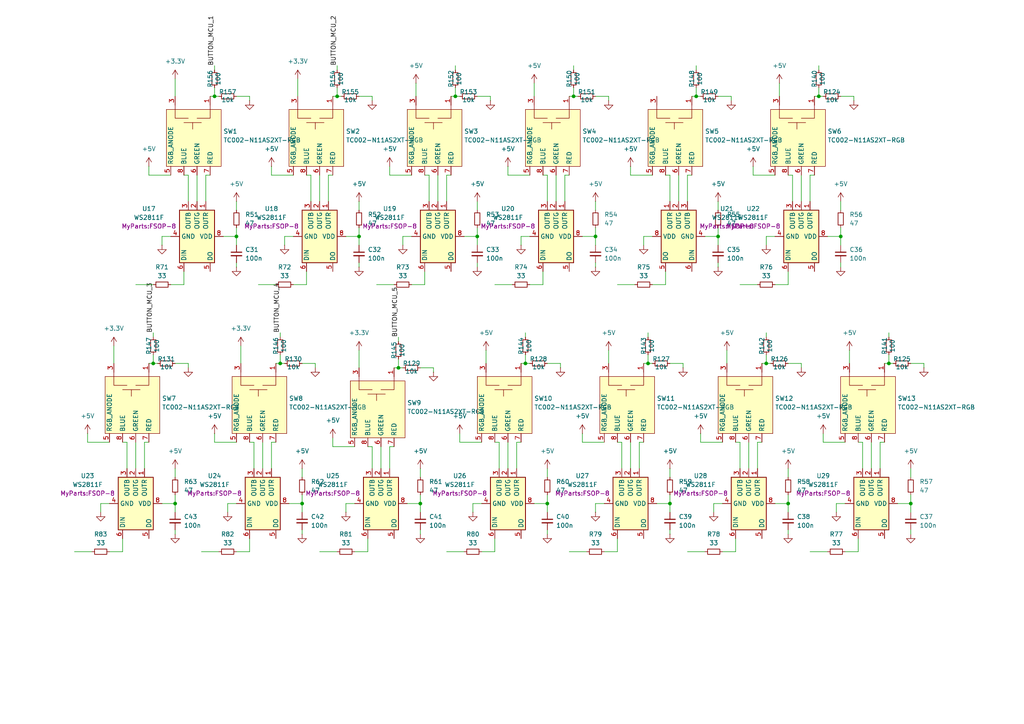
<source format=kicad_sch>
(kicad_sch (version 20231120) (generator "eeschema") (generator_version "8.0")
  (paper "A4")
  (junction (at 187.96 105.41))
  (junction (at 68.58 68.58))
  (junction (at 194.31 146.05))
  (junction (at 208.28 68.58))
  (junction (at 243.84 68.58))
  (junction (at 104.14 68.58))
  (junction (at 228.6 146.05))
  (junction (at 257.81 105.41))
  (junction (at 97.79 27.94))
  (junction (at 158.75 146.05))
  (junction (at 264.16 146.05))
  (junction (at 81.28 105.41))
  (junction (at 222.25 105.41))
  (junction (at 62.23 27.94))
  (junction (at 152.4 105.41))
  (junction (at 166.37 27.94))
  (junction (at 44.45 105.41))
  (junction (at 132.08 27.94))
  (junction (at 201.93 27.94))
  (junction (at 172.72 68.58))
  (junction (at 237.49 27.94))
  (junction (at 115.57 106.68))
  (junction (at 87.63 146.05))
  (junction (at 138.43 68.58))
  (junction (at 50.8 146.05))
  (junction (at 121.92 146.05))
  (wire (pts (xy 62.23 25.4) (xy 62.23 27.94)))
  (wire (pts (xy 68.58 58.42) (xy 68.58 60.96)))
  (wire (pts (xy 64.77 68.58) (xy 68.58 68.58)))
  (wire (pts (xy 256.54 128.27) (xy 255.27 128.27)))
  (wire (pts (xy 127 50.8) (xy 127 58.42)))
  (wire (pts (xy 124.46 50.8) (xy 124.46 58.42)))
  (wire (pts (xy 41.91 128.27) (xy 43.18 128.27)))
  (wire (pts (xy 167.64 27.94) (xy 166.37 27.94)))
  (wire (pts (xy 86.36 22.86) (xy 86.36 27.94)))
  (wire (pts (xy 162.56 105.41) (xy 162.56 106.68)))
  (wire (pts (xy 246.38 101.6) (xy 246.38 105.41)))
  (wire (pts (xy 218.44 50.8) (xy 224.79 50.8)))
  (wire (pts (xy 60.96 50.8) (xy 59.69 50.8)))
  (wire (pts (xy 87.63 105.41) (xy 91.44 105.41)))
  (wire (pts (xy 54.61 105.41) (xy 54.61 106.68)))
  (wire (pts (xy 57.15 50.8) (xy 57.15 58.42)))
  (wire (pts (xy 81.28 102.87) (xy 81.28 105.41)))
  (wire (pts (xy 172.72 58.42) (xy 172.72 60.96)))
  (wire (pts (xy 189.23 82.55) (xy 193.04 82.55)))
  (wire (pts (xy 81.28 96.52) (xy 81.28 97.79)))
  (wire (pts (xy 33.02 100.33) (xy 33.02 105.41)))
  (wire (pts (xy 25.4 128.27) (xy 31.75 128.27)))
  (wire (pts (xy 96.52 127) (xy 96.52 129.54)))
  (wire (pts (xy 153.67 105.41) (xy 152.4 105.41)))
  (wire (pts (xy 158.75 105.41) (xy 162.56 105.41)))
  (wire (pts (xy 209.55 160.02) (xy 213.36 160.02)))
  (wire (pts (xy 62.23 125.73) (xy 62.23 128.27)))
  (wire (pts (xy 115.57 97.79) (xy 115.57 99.06)))
  (wire (pts (xy 35.56 128.27) (xy 36.83 128.27)))
  (wire (pts (xy 142.24 27.94) (xy 142.24 29.21)))
  (wire (pts (xy 264.16 146.05) (xy 264.16 148.59)))
  (wire (pts (xy 179.07 160.02) (xy 179.07 156.21)))
  (wire (pts (xy 222.25 71.12) (xy 222.25 68.58)))
  (wire (pts (xy 228.6 146.05) (xy 228.6 148.59)))
  (wire (pts (xy 116.84 106.68) (xy 115.57 106.68)))
  (wire (pts (xy 95.25 50.8) (xy 95.25 58.42)))
  (wire (pts (xy 234.95 50.8) (xy 234.95 58.42)))
  (wire (pts (xy 62.23 27.94) (xy 60.96 27.94)))
  (wire (pts (xy 133.35 125.73) (xy 133.35 128.27)))
  (wire (pts (xy 104.14 66.04) (xy 104.14 68.58)))
  (wire (pts (xy 194.31 143.51) (xy 194.31 146.05)))
  (wire (pts (xy 100.33 68.58) (xy 104.14 68.58)))
  (wire (pts (xy 166.37 19.05) (xy 166.37 20.32)))
  (wire (pts (xy 149.86 128.27) (xy 149.86 135.89)))
  (wire (pts (xy 49.53 82.55) (xy 53.34 82.55)))
  (wire (pts (xy 147.32 128.27) (xy 147.32 135.89)))
  (wire (pts (xy 138.43 68.58) (xy 138.43 71.12)))
  (wire (pts (xy 218.44 48.26) (xy 218.44 50.8)))
  (wire (pts (xy 154.94 24.13) (xy 154.94 27.94)))
  (wire (pts (xy 80.01 128.27) (xy 78.74 128.27)))
  (wire (pts (xy 76.2 128.27) (xy 76.2 135.89)))
  (wire (pts (xy 237.49 27.94) (xy 236.22 27.94)))
  (wire (pts (xy 58.42 160.02) (xy 63.5 160.02)))
  (wire (pts (xy 180.34 128.27) (xy 180.34 135.89)))
  (wire (pts (xy 158.75 135.89) (xy 158.75 138.43)))
  (wire (pts (xy 190.5 146.05) (xy 194.31 146.05)))
  (wire (pts (xy 31.75 160.02) (xy 35.56 160.02)))
  (wire (pts (xy 168.91 125.73) (xy 168.91 128.27)))
  (wire (pts (xy 72.39 160.02) (xy 72.39 156.21)))
  (wire (pts (xy 237.49 19.05) (xy 237.49 20.32)))
  (wire (pts (xy 189.23 105.41) (xy 187.96 105.41)))
  (wire (pts (xy 118.11 146.05) (xy 121.92 146.05)))
  (wire (pts (xy 165.1 50.8) (xy 163.83 50.8)))
  (wire (pts (xy 96.52 129.54) (xy 102.87 129.54)))
  (wire (pts (xy 78.74 48.26) (xy 78.74 50.8)))
  (wire (pts (xy 179.07 82.55) (xy 184.15 82.55)))
  (wire (pts (xy 157.48 82.55) (xy 157.48 78.74)))
  (wire (pts (xy 132.08 25.4) (xy 132.08 27.94)))
  (wire (pts (xy 123.19 50.8) (xy 124.46 50.8)))
  (wire (pts (xy 153.67 82.55) (xy 157.48 82.55)))
  (wire (pts (xy 66.04 148.59) (xy 66.04 146.05)))
  (wire (pts (xy 87.63 135.89) (xy 87.63 138.43)))
  (wire (pts (xy 175.26 160.02) (xy 179.07 160.02)))
  (wire (pts (xy 87.63 153.67) (xy 87.63 154.94)))
  (wire (pts (xy 222.25 96.52) (xy 222.25 97.79)))
  (wire (pts (xy 113.03 129.54) (xy 113.03 135.89)))
  (wire (pts (xy 50.8 146.05) (xy 50.8 148.59)))
  (wire (pts (xy 168.91 128.27) (xy 175.26 128.27)))
  (wire (pts (xy 46.99 71.12) (xy 46.99 68.58)))
  (wire (pts (xy 63.5 27.94) (xy 62.23 27.94)))
  (wire (pts (xy 213.36 160.02) (xy 213.36 156.21)))
  (wire (pts (xy 62.23 19.05) (xy 62.23 20.32)))
  (wire (pts (xy 260.35 146.05) (xy 264.16 146.05)))
  (wire (pts (xy 207.01 148.59) (xy 207.01 146.05)))
  (wire (pts (xy 83.82 146.05) (xy 87.63 146.05)))
  (wire (pts (xy 50.8 105.41) (xy 54.61 105.41)))
  (wire (pts (xy 104.14 76.2) (xy 104.14 77.47)))
  (wire (pts (xy 53.34 82.55) (xy 53.34 78.74)))
  (wire (pts (xy 99.06 27.94) (xy 97.79 27.94)))
  (wire (pts (xy 114.3 129.54) (xy 113.03 129.54)))
  (wire (pts (xy 96.52 50.8) (xy 95.25 50.8)))
  (wire (pts (xy 257.81 102.87) (xy 257.81 105.41)))
  (wire (pts (xy 243.84 27.94) (xy 247.65 27.94)))
  (wire (pts (xy 87.63 143.51) (xy 87.63 146.05)))
  (wire (pts (xy 35.56 160.02) (xy 35.56 156.21)))
  (wire (pts (xy 46.99 146.05) (xy 50.8 146.05)))
  (wire (pts (xy 39.37 82.55) (xy 44.45 82.55)))
  (wire (pts (xy 134.62 68.58) (xy 138.43 68.58)))
  (wire (pts (xy 104.14 68.58) (xy 104.14 71.12)))
  (wire (pts (xy 152.4 105.41) (xy 151.13 105.41)))
  (wire (pts (xy 234.95 160.02) (xy 240.03 160.02)))
  (wire (pts (xy 208.28 58.42) (xy 208.28 60.96)))
  (wire (pts (xy 110.49 129.54) (xy 110.49 135.89)))
  (wire (pts (xy 113.03 48.26) (xy 113.03 50.8)))
  (wire (pts (xy 158.75 50.8) (xy 158.75 58.42)))
  (wire (pts (xy 92.71 50.8) (xy 92.71 58.42)))
  (wire (pts (xy 88.9 82.55) (xy 88.9 78.74)))
  (wire (pts (xy 97.79 19.05) (xy 97.79 20.32)))
  (wire (pts (xy 264.16 135.89) (xy 264.16 138.43)))
  (wire (pts (xy 226.06 24.13) (xy 226.06 27.94)))
  (wire (pts (xy 147.32 50.8) (xy 153.67 50.8)))
  (wire (pts (xy 44.45 102.87) (xy 44.45 105.41)))
  (wire (pts (xy 208.28 76.2) (xy 208.28 77.47)))
  (wire (pts (xy 242.57 148.59) (xy 242.57 146.05)))
  (wire (pts (xy 201.93 19.05) (xy 201.93 20.32)))
  (wire (pts (xy 250.19 128.27) (xy 250.19 135.89)))
  (wire (pts (xy 242.57 146.05) (xy 245.11 146.05)))
  (wire (pts (xy 228.6 105.41) (xy 232.41 105.41)))
  (wire (pts (xy 82.55 68.58) (xy 85.09 68.58)))
  (wire (pts (xy 107.95 129.54) (xy 107.95 135.89)))
  (wire (pts (xy 69.85 100.33) (xy 69.85 105.41)))
  (wire (pts (xy 133.35 27.94) (xy 132.08 27.94)))
  (wire (pts (xy 151.13 68.58) (xy 153.67 68.58)))
  (wire (pts (xy 115.57 104.14) (xy 115.57 106.68)))
  (wire (pts (xy 172.72 76.2) (xy 172.72 77.47)))
  (wire (pts (xy 259.08 105.41) (xy 257.81 105.41)))
  (wire (pts (xy 157.48 50.8) (xy 158.75 50.8)))
  (wire (pts (xy 29.21 148.59) (xy 29.21 146.05)))
  (wire (pts (xy 88.9 50.8) (xy 90.17 50.8)))
  (wire (pts (xy 207.01 146.05) (xy 209.55 146.05)))
  (wire (pts (xy 193.04 50.8) (xy 194.31 50.8)))
  (wire (pts (xy 219.71 128.27) (xy 219.71 135.89)))
  (wire (pts (xy 203.2 125.73) (xy 203.2 128.27)))
  (wire (pts (xy 123.19 82.55) (xy 123.19 78.74)))
  (wire (pts (xy 50.8 22.86) (xy 50.8 27.94)))
  (wire (pts (xy 25.4 125.73) (xy 25.4 128.27)))
  (wire (pts (xy 228.6 82.55) (xy 228.6 78.74)))
  (wire (pts (xy 182.88 48.26) (xy 182.88 50.8)))
  (wire (pts (xy 252.73 128.27) (xy 252.73 135.89)))
  (wire (pts (xy 139.7 160.02) (xy 143.51 160.02)))
  (wire (pts (xy 208.28 27.94) (xy 212.09 27.94)))
  (wire (pts (xy 182.88 50.8) (xy 189.23 50.8)))
  (wire (pts (xy 116.84 71.12) (xy 116.84 68.58)))
  (wire (pts (xy 81.28 105.41) (xy 80.01 105.41)))
  (wire (pts (xy 121.92 135.89) (xy 121.92 138.43)))
  (wire (pts (xy 106.68 129.54) (xy 107.95 129.54)))
  (wire (pts (xy 129.54 50.8) (xy 129.54 58.42)))
  (wire (pts (xy 138.43 58.42) (xy 138.43 60.96)))
  (wire (pts (xy 232.41 50.8) (xy 232.41 58.42)))
  (wire (pts (xy 245.11 160.02) (xy 248.92 160.02)))
  (wire (pts (xy 152.4 102.87) (xy 152.4 105.41)))
  (wire (pts (xy 138.43 27.94) (xy 142.24 27.94)))
  (wire (pts (xy 257.81 96.52) (xy 257.81 97.79)))
  (wire (pts (xy 152.4 96.52) (xy 152.4 97.79)))
  (wire (pts (xy 243.84 76.2) (xy 243.84 77.47)))
  (wire (pts (xy 228.6 143.51) (xy 228.6 146.05)))
  (wire (pts (xy 85.09 82.55) (xy 88.9 82.55)))
  (wire (pts (xy 133.35 128.27) (xy 139.7 128.27)))
  (wire (pts (xy 104.14 101.6) (xy 104.14 106.68)))
  (wire (pts (xy 248.92 160.02) (xy 248.92 156.21)))
  (wire (pts (xy 21.59 160.02) (xy 26.67 160.02)))
  (wire (pts (xy 208.28 68.58) (xy 208.28 71.12)))
  (wire (pts (xy 62.23 128.27) (xy 68.58 128.27)))
  (wire (pts (xy 138.43 76.2) (xy 138.43 77.47)))
  (wire (pts (xy 187.96 96.52) (xy 187.96 97.79)))
  (wire (pts (xy 240.03 68.58) (xy 243.84 68.58)))
  (wire (pts (xy 199.39 160.02) (xy 204.47 160.02)))
  (wire (pts (xy 29.21 146.05) (xy 31.75 146.05)))
  (wire (pts (xy 158.75 153.67) (xy 158.75 154.94)))
  (wire (pts (xy 186.69 128.27) (xy 185.42 128.27)))
  (wire (pts (xy 50.8 135.89) (xy 50.8 138.43)))
  (wire (pts (xy 267.97 105.41) (xy 267.97 106.68)))
  (wire (pts (xy 185.42 128.27) (xy 185.42 135.89)))
  (wire (pts (xy 68.58 27.94) (xy 72.39 27.94)))
  (wire (pts (xy 247.65 27.94) (xy 247.65 29.21)))
  (wire (pts (xy 129.54 160.02) (xy 134.62 160.02)))
  (wire (pts (xy 68.58 160.02) (xy 72.39 160.02)))
  (wire (pts (xy 228.6 153.67) (xy 228.6 154.94)))
  (wire (pts (xy 237.49 25.4) (xy 237.49 27.94)))
  (wire (pts (xy 90.17 50.8) (xy 90.17 58.42)))
  (wire (pts (xy 125.73 106.68) (xy 125.73 107.95)))
  (wire (pts (xy 137.16 146.05) (xy 139.7 146.05)))
  (wire (pts (xy 72.39 128.27) (xy 73.66 128.27)))
  (wire (pts (xy 198.12 105.41) (xy 198.12 106.68)))
  (wire (pts (xy 161.29 50.8) (xy 161.29 58.42)))
  (wire (pts (xy 143.51 160.02) (xy 143.51 156.21)))
  (wire (pts (xy 82.55 71.12) (xy 82.55 68.58)))
  (wire (pts (xy 243.84 66.04) (xy 243.84 68.58)))
  (wire (pts (xy 201.93 25.4) (xy 201.93 27.94)))
  (wire (pts (xy 166.37 25.4) (xy 166.37 27.94)))
  (wire (pts (xy 214.63 128.27) (xy 214.63 135.89)))
  (wire (pts (xy 194.31 105.41) (xy 198.12 105.41)))
  (wire (pts (xy 212.09 27.94) (xy 212.09 29.21)))
  (wire (pts (xy 210.82 101.6) (xy 210.82 105.41)))
  (wire (pts (xy 143.51 82.55) (xy 148.59 82.55)))
  (wire (pts (xy 144.78 128.27) (xy 144.78 135.89)))
  (wire (pts (xy 264.16 153.67) (xy 264.16 154.94)))
  (wire (pts (xy 97.79 25.4) (xy 97.79 27.94)))
  (wire (pts (xy 163.83 50.8) (xy 163.83 58.42)))
  (wire (pts (xy 100.33 146.05) (xy 102.87 146.05)))
  (wire (pts (xy 132.08 19.05) (xy 132.08 20.32)))
  (wire (pts (xy 121.92 153.67) (xy 121.92 154.94)))
  (wire (pts (xy 50.8 143.51) (xy 50.8 146.05)))
  (wire (pts (xy 229.87 50.8) (xy 229.87 58.42)))
  (wire (pts (xy 224.79 146.05) (xy 228.6 146.05)))
  (wire (pts (xy 72.39 27.94) (xy 72.39 29.21)))
  (wire (pts (xy 91.44 105.41) (xy 91.44 106.68)))
  (wire (pts (xy 176.53 27.94) (xy 176.53 29.21)))
  (wire (pts (xy 255.27 128.27) (xy 255.27 135.89)))
  (wire (pts (xy 87.63 146.05) (xy 87.63 148.59)))
  (wire (pts (xy 119.38 82.55) (xy 123.19 82.55)))
  (wire (pts (xy 199.39 50.8) (xy 199.39 58.42)))
  (wire (pts (xy 107.95 27.94) (xy 107.95 29.21)))
  (wire (pts (xy 100.33 148.59) (xy 100.33 146.05)))
  (wire (pts (xy 43.18 48.26) (xy 43.18 50.8)))
  (wire (pts (xy 39.37 128.27) (xy 39.37 135.89)))
  (wire (pts (xy 238.76 128.27) (xy 245.11 128.27)))
  (wire (pts (xy 213.36 128.27) (xy 214.63 128.27)))
  (wire (pts (xy 168.91 68.58) (xy 172.72 68.58)))
  (wire (pts (xy 59.69 50.8) (xy 59.69 58.42)))
  (wire (pts (xy 137.16 148.59) (xy 137.16 146.05)))
  (wire (pts (xy 132.08 27.94) (xy 130.81 27.94)))
  (wire (pts (xy 238.76 125.73) (xy 238.76 128.27)))
  (wire (pts (xy 194.31 50.8) (xy 194.31 58.42)))
  (wire (pts (xy 106.68 160.02) (xy 106.68 156.21)))
  (wire (pts (xy 194.31 153.67) (xy 194.31 154.94)))
  (wire (pts (xy 186.69 71.12) (xy 186.69 68.58)))
  (wire (pts (xy 120.65 24.13) (xy 120.65 27.94)))
  (wire (pts (xy 187.96 102.87) (xy 187.96 105.41)))
  (wire (pts (xy 186.69 68.58) (xy 189.23 68.58)))
  (wire (pts (xy 182.88 128.27) (xy 182.88 135.89)))
  (wire (pts (xy 214.63 82.55) (xy 219.71 82.55)))
  (wire (pts (xy 97.79 27.94) (xy 96.52 27.94)))
  (wire (pts (xy 223.52 105.41) (xy 222.25 105.41)))
  (wire (pts (xy 203.2 128.27) (xy 209.55 128.27)))
  (wire (pts (xy 36.83 128.27) (xy 36.83 135.89)))
  (wire (pts (xy 66.04 146.05) (xy 68.58 146.05)))
  (wire (pts (xy 176.53 101.6) (xy 176.53 105.41)))
  (wire (pts (xy 196.85 50.8) (xy 196.85 58.42)))
  (wire (pts (xy 222.25 68.58) (xy 224.79 68.58)))
  (wire (pts (xy 121.92 143.51) (xy 121.92 146.05)))
  (wire (pts (xy 73.66 128.27) (xy 73.66 135.89)))
  (wire (pts (xy 115.57 106.68) (xy 114.3 106.68)))
  (wire (pts (xy 68.58 66.04) (xy 68.58 68.58)))
  (wire (pts (xy 44.45 96.52) (xy 44.45 97.79)))
  (wire (pts (xy 166.37 27.94) (xy 165.1 27.94)))
  (wire (pts (xy 224.79 82.55) (xy 228.6 82.55)))
  (wire (pts (xy 193.04 82.55) (xy 193.04 78.74)))
  (wire (pts (xy 151.13 71.12) (xy 151.13 68.58)))
  (wire (pts (xy 104.14 58.42) (xy 104.14 60.96)))
  (wire (pts (xy 228.6 50.8) (xy 229.87 50.8)))
  (wire (pts (xy 264.16 143.51) (xy 264.16 146.05)))
  (wire (pts (xy 172.72 146.05) (xy 175.26 146.05)))
  (wire (pts (xy 138.43 66.04) (xy 138.43 68.58)))
  (wire (pts (xy 121.92 106.68) (xy 125.73 106.68)))
  (wire (pts (xy 222.25 105.41) (xy 220.98 105.41)))
  (wire (pts (xy 238.76 27.94) (xy 237.49 27.94)))
  (wire (pts (xy 109.22 82.55) (xy 114.3 82.55)))
  (wire (pts (xy 50.8 153.67) (xy 50.8 154.94)))
  (wire (pts (xy 121.92 146.05) (xy 121.92 148.59)))
  (wire (pts (xy 204.47 68.58) (xy 208.28 68.58)))
  (wire (pts (xy 78.74 50.8) (xy 85.09 50.8)))
  (wire (pts (xy 172.72 68.58) (xy 172.72 71.12)))
  (wire (pts (xy 113.03 50.8) (xy 119.38 50.8)))
  (wire (pts (xy 78.74 128.27) (xy 78.74 135.89)))
  (wire (pts (xy 194.31 146.05) (xy 194.31 148.59)))
  (wire (pts (xy 165.1 160.02) (xy 170.18 160.02)))
  (wire (pts (xy 140.97 101.6) (xy 140.97 105.41)))
  (wire (pts (xy 130.81 50.8) (xy 129.54 50.8)))
  (wire (pts (xy 257.81 105.41) (xy 256.54 105.41)))
  (wire (pts (xy 217.17 128.27) (xy 217.17 135.89)))
  (wire (pts (xy 82.55 105.41) (xy 81.28 105.41)))
  (wire (pts (xy 203.2 27.94) (xy 201.93 27.94)))
  (wire (pts (xy 222.25 102.87) (xy 222.25 105.41)))
  (wire (pts (xy 45.72 105.41) (xy 44.45 105.41)))
  (wire (pts (xy 236.22 50.8) (xy 234.95 50.8)))
  (wire (pts (xy 158.75 143.51) (xy 158.75 146.05)))
  (wire (pts (xy 68.58 76.2) (xy 68.58 77.47)))
  (wire (pts (xy 43.18 50.8) (xy 49.53 50.8)))
  (wire (pts (xy 53.34 50.8) (xy 54.61 50.8)))
  (wire (pts (xy 243.84 58.42) (xy 243.84 60.96)))
  (wire (pts (xy 104.14 27.94) (xy 107.95 27.94)))
  (wire (pts (xy 74.93 82.55) (xy 80.01 82.55)))
  (wire (pts (xy 187.96 105.41) (xy 186.69 105.41)))
  (wire (pts (xy 54.61 50.8) (xy 54.61 58.42)))
  (wire (pts (xy 143.51 128.27) (xy 144.78 128.27)))
  (wire (pts (xy 151.13 128.27) (xy 149.86 128.27)))
  (wire (pts (xy 46.99 68.58) (xy 49.53 68.58)))
  (wire (pts (xy 92.71 160.02) (xy 97.79 160.02)))
  (wire (pts (xy 243.84 68.58) (xy 243.84 71.12)))
  (wire (pts (xy 147.32 48.26) (xy 147.32 50.8)))
  (wire (pts (xy 264.16 105.41) (xy 267.97 105.41)))
  (wire (pts (xy 228.6 135.89) (xy 228.6 138.43)))
  (wire (pts (xy 232.41 105.41) (xy 232.41 106.68)))
  (wire (pts (xy 68.58 68.58) (xy 68.58 71.12)))
  (wire (pts (xy 44.45 105.41) (xy 43.18 105.41)))
  (wire (pts (xy 102.87 160.02) (xy 106.68 160.02)))
  (wire (pts (xy 154.94 146.05) (xy 158.75 146.05)))
  (wire (pts (xy 158.75 146.05) (xy 158.75 148.59)))
  (wire (pts (xy 41.91 135.89) (xy 41.91 128.27)))
  (wire (pts (xy 172.72 148.59) (xy 172.72 146.05)))
  (wire (pts (xy 248.92 128.27) (xy 250.19 128.27)))
  (wire (pts (xy 116.84 68.58) (xy 119.38 68.58)))
  (wire (pts (xy 201.93 27.94) (xy 200.66 27.94)))
  (wire (pts (xy 200.66 50.8) (xy 199.39 50.8)))
  (wire (pts (xy 194.31 135.89) (xy 194.31 138.43)))
  (wire (pts (xy 208.28 66.04) (xy 208.28 68.58)))
  (wire (pts (xy 179.07 128.27) (xy 180.34 128.27)))
  (wire (pts (xy 172.72 27.94) (xy 176.53 27.94)))
  (wire (pts (xy 220.98 128.27) (xy 219.71 128.27)))
  (wire (pts (xy 172.72 66.04) (xy 172.72 68.58)))
  (label "BUTTON_MCU_5" (at 115.57 97.79 90))
  (label "BUTTON_MCU_3" (at 44.45 96.52 90))
  (label "BUTTON_MCU_1" (at 62.23 19.05 90))
  (label "BUTTON_MCU_2" (at 97.79 19.05 90))
  (label "BUTTON_MCU_4" (at 81.28 96.52 90))
  (symbol (lib_id "MySymbols:WS2811") (at 110.49 146.05 270) (mirror x) (unit 1)
    (property "Reference" "U25" (at 96.52 138.0138 90))
    (property "Value" "WS2811F" (at 96.52 140.5538 90))
    (property "Footprint" "MyParts:FSOP-8" (at 96.52 143.0938 90))
    (property "Datasheet" "https://cdn-shop.adafruit.com/datasheets/WS2811.pdf" (effects (hide yes)))
    (property "Description" "3-Channel 8-Bit PWM LED Driver, DIP-8/SOIC-8" (effects (hide yes)))
  )
  (symbol (lib_id "Device:R_Small") (at 241.3 27.94 270) (mirror x) (unit 1)
    (property "Reference" "R124" (at 241.3 26.67 90))
    (property "Value" "10k" (at 241.3 28.956 90))
    (property "Footprint" "Resistor_SMD:R_0402_1005Metric" (effects (hide yes)))
    (property "Description" "Resistor, small symbol" (effects (hide yes)))
  )
  (symbol (lib_id "power:GND") (at 142.24 29.21 0) (mirror y) (unit 1)
    (property "Reference" "#PWR0228" (effects (hide yes)))
    (property "Value" "GND" (effects (hide yes)))
    (property "Description" "Power symbol creates a global label with name \"GND\" , ground" (effects (hide yes)))
  )
  (symbol (lib_id "power:+5V") (at 264.16 135.89 0) (unit 1)
    (property "Reference" "#PWR0121" (effects (hide yes)))
    (property "Value" "+5V" (at 264.16 130.81 0))
    (property "Description" "Power symbol creates a global label with name \"+5V\"" (effects (hide yes)))
  )
  (symbol (lib_id "power:GND") (at 228.6 154.94 0) (unit 1)
    (property "Reference" "#PWR0125" (effects (hide yes)))
    (property "Value" "GND" (effects (hide yes)))
    (property "Description" "Power symbol creates a global label with name \"GND\" , ground" (effects (hide yes)))
  )
  (symbol (lib_id "Device:R_Small") (at 81.28 100.33 180) (unit 1)
    (property "Reference" "R146" (at 80.01 100.33 90))
    (property "Value" "100" (at 82.296 100.33 90))
    (property "Footprint" "Resistor_SMD:R_0402_1005Metric" (effects (hide yes)))
    (property "Description" "Resistor, small symbol" (effects (hide yes)))
  )
  (symbol (lib_id "Device:R_Small") (at 121.92 140.97 180) (unit 1)
    (property "Reference" "R61" (at 124.46 139.6999 0) (effects (justify right)))
    (property "Value" "47" (at 124.46 142.2399 0) (effects (justify right)))
    (property "Footprint" "Resistor_SMD:R_0402_1005Metric" (effects (hide yes)))
    (property "Description" "Resistor, small symbol" (effects (hide yes)))
  )
  (symbol (lib_id "power:GND") (at 68.58 77.47 0) (unit 1)
    (property "Reference" "#PWR0104" (effects (hide yes)))
    (property "Value" "GND" (effects (hide yes)))
    (property "Description" "Power symbol creates a global label with name \"GND\" , ground" (effects (hide yes)))
  )
  (symbol (lib_id "power:GND") (at 172.72 148.59 0) (unit 1)
    (property "Reference" "#PWR0126" (effects (hide yes)))
    (property "Value" "GND" (effects (hide yes)))
    (property "Description" "Power symbol creates a global label with name \"GND\" , ground" (effects (hide yes)))
  )
  (symbol (lib_id "PCM_4ms_Power-symbol:+3.3V") (at 104.14 101.6 0) (unit 1)
    (property "Reference" "#PWR0224" (effects (hide yes)))
    (property "Value" "+3.3V" (at 104.14 96.52 0))
  )
  (symbol (lib_id "MySymbols:TC002-N11BXXX-RGB") (at 215.9 116.84 270) (unit 1)
    (property "Reference" "SW12" (at 224.79 115.5699 90) (effects (justify left)))
    (property "Value" "TC002-N11AS2XT-RGB" (at 224.79 118.1099 90) (effects (justify left)))
    (property "Footprint" "MyParts:TC002-N11AXXX-RGB" (effects (hide yes)))
    (property "Description" "Single Pole Single Throw (SPST) switch with LED, generic" (effects (hide yes)))
  )
  (symbol (lib_id "Device:R_Small") (at 166.37 22.86 180) (unit 1)
    (property "Reference" "R150" (at 165.1 22.86 90))
    (property "Value" "100" (at 167.386 22.86 90))
    (property "Footprint" "Resistor_SMD:R_0402_1005Metric" (effects (hide yes)))
    (property "Description" "Resistor, small symbol" (effects (hide yes)))
  )
  (symbol (lib_id "Device:R_Small") (at 152.4 100.33 180) (unit 1)
    (property "Reference" "R144" (at 151.13 100.33 90))
    (property "Value" "100" (at 153.416 100.33 90))
    (property "Footprint" "Resistor_SMD:R_0402_1005Metric" (effects (hide yes)))
    (property "Description" "Resistor, small symbol" (effects (hide yes)))
  )
  (symbol (lib_id "MySymbols:TC002-N11BXXX-RGB") (at 251.46 116.84 270) (unit 1)
    (property "Reference" "SW13" (at 260.35 115.5699 90) (effects (justify left)))
    (property "Value" "TC002-N11AS2XT-RGB" (at 260.35 118.1099 90) (effects (justify left)))
    (property "Footprint" "MyParts:TC002-N11AXXX-RGB" (effects (hide yes)))
    (property "Description" "Single Pole Single Throw (SPST) switch with LED, generic" (effects (hide yes)))
  )
  (symbol (lib_id "power:GND") (at 50.8 154.94 0) (unit 1)
    (property "Reference" "#PWR0140" (effects (hide yes)))
    (property "Value" "GND" (effects (hide yes)))
    (property "Description" "Power symbol creates a global label with name \"GND\" , ground" (effects (hide yes)))
  )
  (symbol (lib_id "Device:C_Small") (at 87.63 151.13 0) (unit 1)
    (property "Reference" "C42" (at 90.17 149.8662 0) (effects (justify left)))
    (property "Value" "100n" (at 90.17 152.4062 0) (effects (justify left)))
    (property "Footprint" "Capacitor_SMD:C_0402_1005Metric" (effects (hide yes)))
    (property "Description" "Unpolarized capacitor, small symbol" (effects (hide yes)))
  )
  (symbol (lib_id "MySymbols:WS2811") (at 147.32 146.05 270) (mirror x) (unit 1)
    (property "Reference" "U26" (at 133.35 138.0138 90))
    (property "Value" "WS2811F" (at 133.35 140.5538 90))
    (property "Footprint" "MyParts:FSOP-8" (at 133.35 143.0938 90))
    (property "Datasheet" "https://cdn-shop.adafruit.com/datasheets/WS2811.pdf" (effects (hide yes)))
    (property "Description" "3-Channel 8-Bit PWM LED Driver, DIP-8/SOIC-8" (effects (hide yes)))
  )
  (symbol (lib_id "Device:R_Small") (at 186.69 82.55 270) (unit 1)
    (property "Reference" "R75" (at 186.69 77.47 90))
    (property "Value" "33" (at 186.69 80.01 90))
    (property "Footprint" "Resistor_SMD:R_0402_1005Metric" (effects (hide yes)))
    (property "Description" "Resistor, small symbol" (effects (hide yes)))
  )
  (symbol (lib_id "power:+5V") (at 138.43 58.42 0) (unit 1)
    (property "Reference" "#PWR0109" (effects (hide yes)))
    (property "Value" "+5V" (at 138.43 53.34 0))
    (property "Description" "Power symbol creates a global label with name \"+5V\"" (effects (hide yes)))
  )
  (symbol (lib_id "power:+5V") (at 68.58 58.42 0) (unit 1)
    (property "Reference" "#PWR0103" (effects (hide yes)))
    (property "Value" "+5V" (at 68.58 53.34 0))
    (property "Description" "Power symbol creates a global label with name \"+5V\"" (effects (hide yes)))
  )
  (symbol (lib_id "Device:R_Small") (at 194.31 140.97 180) (unit 1)
    (property "Reference" "R59" (at 196.85 139.6999 0) (effects (justify right)))
    (property "Value" "47" (at 196.85 142.2399 0) (effects (justify right)))
    (property "Footprint" "Resistor_SMD:R_0402_1005Metric" (effects (hide yes)))
    (property "Description" "Resistor, small symbol" (effects (hide yes)))
  )
  (symbol (lib_id "power:GND") (at 46.99 71.12 0) (unit 1)
    (property "Reference" "#PWR0102" (effects (hide yes)))
    (property "Value" "GND" (effects (hide yes)))
    (property "Description" "Power symbol creates a global label with name \"GND\" , ground" (effects (hide yes)))
  )
  (symbol (lib_id "Device:R_Small") (at 242.57 160.02 270) (unit 1)
    (property "Reference" "R77" (at 242.57 154.94 90))
    (property "Value" "33" (at 242.57 157.48 90))
    (property "Footprint" "Resistor_SMD:R_0402_1005Metric" (effects (hide yes)))
    (property "Description" "Resistor, small symbol" (effects (hide yes)))
  )
  (symbol (lib_id "power:+5V") (at 218.44 48.26 0) (unit 1)
    (property "Reference" "#PWR0146" (effects (hide yes)))
    (property "Value" "+5V" (at 218.44 43.18 0))
    (property "Description" "Power symbol creates a global label with name \"+5V\"" (effects (hide yes)))
  )
  (symbol (lib_id "Device:R_Small") (at 228.6 140.97 180) (unit 1)
    (property "Reference" "R58" (at 231.14 139.6999 0) (effects (justify right)))
    (property "Value" "47" (at 231.14 142.2399 0) (effects (justify right)))
    (property "Footprint" "Resistor_SMD:R_0402_1005Metric" (effects (hide yes)))
    (property "Description" "Resistor, small symbol" (effects (hide yes)))
  )
  (symbol (lib_id "MySymbols:TC002-N11BXXX-RGB") (at 160.02 39.37 270) (unit 1)
    (property "Reference" "SW4" (at 168.91 38.0999 90) (effects (justify left)))
    (property "Value" "TC002-N11AS2XT-RGB" (at 168.91 40.6399 90) (effects (justify left)))
    (property "Footprint" "MyParts:TC002-N11AXXX-RGB" (effects (hide yes)))
    (property "Description" "Single Pole Single Throw (SPST) switch with LED, generic" (effects (hide yes)))
  )
  (symbol (lib_id "Device:R_Small") (at 207.01 160.02 270) (unit 1)
    (property "Reference" "R78" (at 207.01 154.94 90))
    (property "Value" "33" (at 207.01 157.48 90))
    (property "Footprint" "Resistor_SMD:R_0402_1005Metric" (effects (hide yes)))
    (property "Description" "Resistor, small symbol" (effects (hide yes)))
  )
  (symbol (lib_id "Device:R_Small") (at 158.75 140.97 180) (unit 1)
    (property "Reference" "R60" (at 161.29 139.6999 0) (effects (justify right)))
    (property "Value" "47" (at 161.29 142.2399 0) (effects (justify right)))
    (property "Footprint" "Resistor_SMD:R_0402_1005Metric" (effects (hide yes)))
    (property "Description" "Resistor, small symbol" (effects (hide yes)))
  )
  (symbol (lib_id "Device:R_Small") (at 119.38 106.68 270) (mirror x) (unit 1)
    (property "Reference" "R129" (at 119.38 105.41 90))
    (property "Value" "10k" (at 119.38 107.696 90))
    (property "Footprint" "Resistor_SMD:R_0402_1005Metric" (effects (hide yes)))
    (property "Description" "Resistor, small symbol" (effects (hide yes)))
  )
  (symbol (lib_id "Device:R_Small") (at 172.72 63.5 180) (unit 1)
    (property "Reference" "R54" (at 175.26 62.2299 0) (effects (justify right)))
    (property "Value" "47" (at 175.26 64.7699 0) (effects (justify right)))
    (property "Footprint" "Resistor_SMD:R_0402_1005Metric" (effects (hide yes)))
    (property "Description" "Resistor, small symbol" (effects (hide yes)))
  )
  (symbol (lib_id "power:GND") (at 186.69 71.12 0) (unit 1)
    (property "Reference" "#PWR0114" (effects (hide yes)))
    (property "Value" "GND" (effects (hide yes)))
    (property "Description" "Power symbol creates a global label with name \"GND\" , ground" (effects (hide yes)))
  )
  (symbol (lib_id "Device:R_Small") (at 87.63 140.97 180) (unit 1)
    (property "Reference" "R62" (at 90.17 139.6999 0) (effects (justify right)))
    (property "Value" "47" (at 90.17 142.2399 0) (effects (justify right)))
    (property "Footprint" "Resistor_SMD:R_0402_1005Metric" (effects (hide yes)))
    (property "Description" "Resistor, small symbol" (effects (hide yes)))
  )
  (symbol (lib_id "Device:R_Small") (at 85.09 105.41 270) (mirror x) (unit 1)
    (property "Reference" "R130" (at 85.09 104.14 90))
    (property "Value" "10k" (at 85.09 106.426 90))
    (property "Footprint" "Resistor_SMD:R_0402_1005Metric" (effects (hide yes)))
    (property "Description" "Resistor, small symbol" (effects (hide yes)))
  )
  (symbol (lib_id "MySymbols:TC002-N11BXXX-RGB") (at 55.88 39.37 270) (unit 1)
    (property "Reference" "SW1" (at 64.77 38.0999 90) (effects (justify left)))
    (property "Value" "TC002-N11AS2XT-RGB" (at 64.77 40.6399 90) (effects (justify left)))
    (property "Footprint" "MyParts:TC002-N11AXXX-RGB" (effects (hide yes)))
    (property "Description" "Single Pole Single Throw (SPST) switch with LED, generic" (effects (hide yes)))
  )
  (symbol (lib_id "Device:R_Small") (at 48.26 105.41 270) (mirror x) (unit 1)
    (property "Reference" "R131" (at 48.26 104.14 90))
    (property "Value" "10k" (at 48.26 106.426 90))
    (property "Footprint" "Resistor_SMD:R_0402_1005Metric" (effects (hide yes)))
    (property "Description" "Resistor, small symbol" (effects (hide yes)))
  )
  (symbol (lib_id "power:+5V") (at 133.35 125.73 0) (unit 1)
    (property "Reference" "#PWR0150" (effects (hide yes)))
    (property "Value" "+5V" (at 133.35 120.65 0))
    (property "Description" "Power symbol creates a global label with name \"+5V\"" (effects (hide yes)))
  )
  (symbol (lib_id "MySymbols:TC002-N11BXXX-RGB") (at 195.58 39.37 270) (unit 1)
    (property "Reference" "SW5" (at 204.47 38.0999 90) (effects (justify left)))
    (property "Value" "TC002-N11AS2XT-RGB" (at 204.47 40.6399 90) (effects (justify left)))
    (property "Footprint" "MyParts:TC002-N11AXXX-RGB" (effects (hide yes)))
    (property "Description" "Single Pole Single Throw (SPST) switch with LED, generic" (effects (hide yes)))
  )
  (symbol (lib_id "MySymbols:WS2811") (at 39.37 146.05 270) (mirror x) (unit 1)
    (property "Reference" "U23" (at 25.4 138.0138 90))
    (property "Value" "WS2811F" (at 25.4 140.5538 90))
    (property "Footprint" "MyParts:FSOP-8" (at 25.4 143.0938 90))
    (property "Datasheet" "https://cdn-shop.adafruit.com/datasheets/WS2811.pdf" (effects (hide yes)))
    (property "Description" "3-Channel 8-Bit PWM LED Driver, DIP-8/SOIC-8" (effects (hide yes)))
  )
  (symbol (lib_id "MySymbols:TC002-N11BXXX-RGB") (at 146.05 116.84 270) (unit 1)
    (property "Reference" "SW10" (at 154.94 115.5699 90) (effects (justify left)))
    (property "Value" "TC002-N11AS2XT-RGB" (at 154.94 118.1099 90) (effects (justify left)))
    (property "Footprint" "MyParts:TC002-N11AXXX-RGB" (effects (hide yes)))
    (property "Description" "Single Pole Single Throw (SPST) switch with LED, generic" (effects (hide yes)))
  )
  (symbol (lib_id "power:+5V") (at 203.2 125.73 0) (unit 1)
    (property "Reference" "#PWR0148" (effects (hide yes)))
    (property "Value" "+5V" (at 203.2 120.65 0))
    (property "Description" "Power symbol creates a global label with name \"+5V\"" (effects (hide yes)))
  )
  (symbol (lib_id "power:GND") (at 121.92 154.94 0) (unit 1)
    (property "Reference" "#PWR0134" (effects (hide yes)))
    (property "Value" "GND" (effects (hide yes)))
    (property "Description" "Power symbol creates a global label with name \"GND\" , ground" (effects (hide yes)))
  )
  (symbol (lib_id "power:GND") (at 29.21 148.59 0) (unit 1)
    (property "Reference" "#PWR0138" (effects (hide yes)))
    (property "Value" "GND" (effects (hide yes)))
    (property "Description" "Power symbol creates a global label with name \"GND\" , ground" (effects (hide yes)))
  )
  (symbol (lib_id "Device:R_Small") (at 101.6 27.94 270) (mirror x) (unit 1)
    (property "Reference" "R155" (at 101.6 26.67 90))
    (property "Value" "10k" (at 101.6 28.956 90))
    (property "Footprint" "Resistor_SMD:R_0402_1005Metric" (effects (hide yes)))
    (property "Description" "Resistor, small symbol" (effects (hide yes)))
  )
  (symbol (lib_id "Device:R_Small") (at 100.33 160.02 270) (unit 1)
    (property "Reference" "R81" (at 100.33 154.94 90))
    (property "Value" "33" (at 100.33 157.48 90))
    (property "Footprint" "Resistor_SMD:R_0402_1005Metric" (effects (hide yes)))
    (property "Description" "Resistor, small symbol" (effects (hide yes)))
  )
  (symbol (lib_id "power:GND") (at 116.84 71.12 0) (unit 1)
    (property "Reference" "#PWR0108" (effects (hide yes)))
    (property "Value" "GND" (effects (hide yes)))
    (property "Description" "Power symbol creates a global label with name \"GND\" , ground" (effects (hide yes)))
  )
  (symbol (lib_id "power:+5V") (at 158.75 135.89 0) (unit 1)
    (property "Reference" "#PWR0130" (effects (hide yes)))
    (property "Value" "+5V" (at 158.75 130.81 0))
    (property "Description" "Power symbol creates a global label with name \"+5V\"" (effects (hide yes)))
  )
  (symbol (lib_id "Device:R_Small") (at 97.79 22.86 180) (unit 1)
    (property "Reference" "R154" (at 96.52 22.86 90))
    (property "Value" "100" (at 98.806 22.86 90))
    (property "Footprint" "Resistor_SMD:R_0402_1005Metric" (effects (hide yes)))
    (property "Description" "Resistor, small symbol" (effects (hide yes)))
  )
  (symbol (lib_id "Device:C_Small") (at 208.28 73.66 0) (unit 1)
    (property "Reference" "C35" (at 210.82 72.3962 0) (effects (justify left)))
    (property "Value" "100n" (at 210.82 74.9362 0) (effects (justify left)))
    (property "Footprint" "Capacitor_SMD:C_0402_1005Metric" (effects (hide yes)))
    (property "Description" "Unpolarized capacitor, small symbol" (effects (hide yes)))
  )
  (symbol (lib_id "power:GND") (at 242.57 148.59 0) (unit 1)
    (property "Reference" "#PWR0120" (effects (hide yes)))
    (property "Value" "GND" (effects (hide yes)))
    (property "Description" "Power symbol creates a global label with name \"GND\" , ground" (effects (hide yes)))
  )
  (symbol (lib_id "power:+5V") (at 238.76 125.73 0) (unit 1)
    (property "Reference" "#PWR0147" (effects (hide yes)))
    (property "Value" "+5V" (at 238.76 120.65 0))
    (property "Description" "Power symbol creates a global label with name \"+5V\"" (effects (hide yes)))
  )
  (symbol (lib_id "power:GND") (at 198.12 106.68 0) (mirror y) (unit 1)
    (property "Reference" "#PWR0217" (effects (hide yes)))
    (property "Value" "GND" (effects (hide yes)))
    (property "Description" "Power symbol creates a global label with name \"GND\" , ground" (effects (hide yes)))
  )
  (symbol (lib_id "Device:R_Small") (at 257.81 100.33 180) (unit 1)
    (property "Reference" "R141" (at 256.54 100.33 90))
    (property "Value" "100" (at 258.826 100.33 90))
    (property "Footprint" "Resistor_SMD:R_0402_1005Metric" (effects (hide yes)))
    (property "Description" "Resistor, small symbol" (effects (hide yes)))
  )
  (symbol (lib_id "power:GND") (at 104.14 77.47 0) (unit 1)
    (property "Reference" "#PWR0107" (effects (hide yes)))
    (property "Value" "GND" (effects (hide yes)))
    (property "Description" "Power symbol creates a global label with name \"GND\" , ground" (effects (hide yes)))
  )
  (symbol (lib_id "Device:C_Small") (at 158.75 151.13 0) (unit 1)
    (property "Reference" "C40" (at 161.29 149.8662 0) (effects (justify left)))
    (property "Value" "100n" (at 161.29 152.4062 0) (effects (justify left)))
    (property "Footprint" "Capacitor_SMD:C_0402_1005Metric" (effects (hide yes)))
    (property "Description" "Unpolarized capacitor, small symbol" (effects (hide yes)))
  )
  (symbol (lib_id "power:+5V") (at 50.8 135.89 0) (unit 1)
    (property "Reference" "#PWR0139" (effects (hide yes)))
    (property "Value" "+5V" (at 50.8 130.81 0))
    (property "Description" "Power symbol creates a global label with name \"+5V\"" (effects (hide yes)))
  )
  (symbol (lib_id "power:+5V") (at 208.28 58.42 0) (unit 1)
    (property "Reference" "#PWR0115" (effects (hide yes)))
    (property "Value" "+5V" (at 208.28 53.34 0))
    (property "Description" "Power symbol creates a global label with name \"+5V\"" (effects (hide yes)))
  )
  (symbol (lib_id "MySymbols:TC002-N11BXXX-RGB") (at 38.1 116.84 270) (unit 1)
    (property "Reference" "SW7" (at 46.99 115.5699 90) (effects (justify left)))
    (property "Value" "TC002-N11AS2XT-RGB" (at 46.99 118.1099 90) (effects (justify left)))
    (property "Footprint" "MyParts:TC002-N11AXXX-RGB" (effects (hide yes)))
    (property "Description" "Single Pole Single Throw (SPST) switch with LED, generic" (effects (hide yes)))
  )
  (symbol (lib_id "MySymbols:WS2811") (at 217.17 146.05 270) (mirror x) (unit 1)
    (property "Reference" "U28" (at 203.2 138.0138 90))
    (property "Value" "WS2811F" (at 203.2 140.5538 90))
    (property "Footprint" "MyParts:FSOP-8" (at 203.2 143.0938 90))
    (property "Datasheet" "https://cdn-shop.adafruit.com/datasheets/WS2811.pdf" (effects (hide yes)))
    (property "Description" "3-Channel 8-Bit PWM LED Driver, DIP-8/SOIC-8" (effects (hide yes)))
  )
  (symbol (lib_id "power:GND") (at 125.73 107.95 0) (mirror y) (unit 1)
    (property "Reference" "#PWR0221" (effects (hide yes)))
    (property "Value" "GND" (effects (hide yes)))
    (property "Description" "Power symbol creates a global label with name \"GND\" , ground" (effects (hide yes)))
  )
  (symbol (lib_id "power:+5V") (at 226.06 24.13 0) (unit 1)
    (property "Reference" "#PWR0212" (effects (hide yes)))
    (property "Value" "+5V" (at 226.06 19.05 0))
    (property "Description" "Power symbol creates a global label with name \"+5V\"" (effects (hide yes)))
  )
  (symbol (lib_id "Device:R_Small") (at 82.55 82.55 270) (unit 1)
    (property "Reference" "R72" (at 82.55 77.47 90))
    (property "Value" "33" (at 82.55 80.01 90))
    (property "Footprint" "Resistor_SMD:R_0402_1005Metric" (effects (hide yes)))
    (property "Description" "Resistor, small symbol" (effects (hide yes)))
  )
  (symbol (lib_id "power:+5V") (at 194.31 135.89 0) (unit 1)
    (property "Reference" "#PWR0127" (effects (hide yes)))
    (property "Value" "+5V" (at 194.31 130.81 0))
    (property "Description" "Power symbol creates a global label with name \"+5V\"" (effects (hide yes)))
  )
  (symbol (lib_id "Device:R_Small") (at 264.16 140.97 180) (unit 1)
    (property "Reference" "R57" (at 266.7 139.6999 0) (effects (justify right)))
    (property "Value" "47" (at 266.7 142.2399 0) (effects (justify right)))
    (property "Footprint" "Resistor_SMD:R_0402_1005Metric" (effects (hide yes)))
    (property "Description" "Resistor, small symbol" (effects (hide yes)))
  )
  (symbol (lib_id "power:+5V") (at 104.14 58.42 0) (unit 1)
    (property "Reference" "#PWR0106" (effects (hide yes)))
    (property "Value" "+5V" (at 104.14 53.34 0))
    (property "Description" "Power symbol creates a global label with name \"+5V\"" (effects (hide yes)))
  )
  (symbol (lib_id "power:GND") (at 264.16 154.94 0) (unit 1)
    (property "Reference" "#PWR0122" (effects (hide yes)))
    (property "Value" "GND" (effects (hide yes)))
    (property "Description" "Power symbol creates a global label with name \"GND\" , ground" (effects (hide yes)))
  )
  (symbol (lib_id "power:GND") (at 176.53 29.21 0) (mirror y) (unit 1)
    (property "Reference" "#PWR0227" (effects (hide yes)))
    (property "Value" "GND" (effects (hide yes)))
    (property "Description" "Power symbol creates a global label with name \"GND\" , ground" (effects (hide yes)))
  )
  (symbol (lib_id "MySymbols:TC002-N11BXXX-RGB") (at 74.93 116.84 270) (unit 1)
    (property "Reference" "SW8" (at 83.82 115.5699 90) (effects (justify left)))
    (property "Value" "TC002-N11AS2XT-RGB" (at 83.82 118.1099 90) (effects (justify left)))
    (property "Footprint" "MyParts:TC002-N11AXXX-RGB" (effects (hide yes)))
    (property "Description" "Single Pole Single Throw (SPST) switch with LED, generic" (effects (hide yes)))
  )
  (symbol (lib_id "Device:R_Small") (at 66.04 27.94 270) (mirror x) (unit 1)
    (property "Reference" "R157" (at 66.04 26.67 90))
    (property "Value" "10k" (at 66.04 28.956 90))
    (property "Footprint" "Resistor_SMD:R_0402_1005Metric" (effects (hide yes)))
    (property "Description" "Resistor, small symbol" (effects (hide yes)))
  )
  (symbol (lib_id "Device:C_Small") (at 172.72 73.66 0) (unit 1)
    (property "Reference" "C34" (at 175.26 72.3962 0) (effects (justify left)))
    (property "Value" "100n" (at 175.26 74.9362 0) (effects (justify left)))
    (property "Footprint" "Capacitor_SMD:C_0402_1005Metric" (effects (hide yes)))
    (property "Description" "Unpolarized capacitor, small symbol" (effects (hide yes)))
  )
  (symbol (lib_id "power:GND") (at 222.25 71.12 0) (unit 1)
    (property "Reference" "#PWR0117" (effects (hide yes)))
    (property "Value" "GND" (effects (hide yes)))
    (property "Description" "Power symbol creates a global label with name \"GND\" , ground" (effects (hide yes)))
  )
  (symbol (lib_id "Device:R_Small") (at 44.45 100.33 180) (unit 1)
    (property "Reference" "R147" (at 43.18 100.33 90))
    (property "Value" "100" (at 45.466 100.33 90))
    (property "Footprint" "Resistor_SMD:R_0402_1005Metric" (effects (hide yes)))
    (property "Description" "Resistor, small symbol" (effects (hide yes)))
  )
  (symbol (lib_id "MySymbols:TC002-N11BXXX-RGB") (at 125.73 39.37 270) (unit 1)
    (property "Reference" "SW3" (at 134.62 38.0999 90) (effects (justify left)))
    (property "Value" "TC002-N11AS2XT-RGB" (at 134.62 40.6399 90) (effects (justify left)))
    (property "Footprint" "MyParts:TC002-N11AXXX-RGB" (effects (hide yes)))
    (property "Description" "Single Pole Single Throw (SPST) switch with LED, generic" (effects (hide yes)))
  )
  (symbol (lib_id "Device:R_Small") (at 208.28 63.5 180) (unit 1)
    (property "Reference" "R55" (at 210.82 62.2299 0) (effects (justify right)))
    (property "Value" "47" (at 210.82 64.7699 0) (effects (justify right)))
    (property "Footprint" "Resistor_SMD:R_0402_1005Metric" (effects (hide yes)))
    (property "Description" "Resistor, small symbol" (effects (hide yes)))
  )
  (symbol (lib_id "power:GND") (at 66.04 148.59 0) (unit 1)
    (property "Reference" "#PWR0135" (effects (hide yes)))
    (property "Value" "GND" (effects (hide yes)))
    (property "Description" "Power symbol creates a global label with name \"GND\" , ground" (effects (hide yes)))
  )
  (symbol (lib_id "power:+5V") (at 140.97 101.6 0) (unit 1)
    (property "Reference" "#PWR0218" (effects (hide yes)))
    (property "Value" "+5V" (at 140.97 96.52 0))
    (property "Description" "Power symbol creates a global label with name \"+5V\"" (effects (hide yes)))
  )
  (symbol (lib_id "power:+5V") (at 243.84 58.42 0) (unit 1)
    (property "Reference" "#PWR0118" (effects (hide yes)))
    (property "Value" "+5V" (at 243.84 53.34 0))
    (property "Description" "Power symbol creates a global label with name \"+5V\"" (effects (hide yes)))
  )
  (symbol (lib_id "Device:C_Small") (at 68.58 73.66 0) (unit 1)
    (property "Reference" "C31" (at 71.12 72.3962 0) (effects (justify left)))
    (property "Value" "100n" (at 71.12 74.9362 0) (effects (justify left)))
    (property "Footprint" "Capacitor_SMD:C_0402_1005Metric" (effects (hide yes)))
    (property "Description" "Unpolarized capacitor, small symbol" (effects (hide yes)))
  )
  (symbol (lib_id "power:+5V") (at 43.18 48.26 0) (unit 1)
    (property "Reference" "#PWR0141" (effects (hide yes)))
    (property "Value" "+5V" (at 43.18 43.18 0))
    (property "Description" "Power symbol creates a global label with name \"+5V\"" (effects (hide yes)))
  )
  (symbol (lib_id "power:+5V") (at 154.94 24.13 0) (unit 1)
    (property "Reference" "#PWR0234" (effects (hide yes)))
    (property "Value" "+5V" (at 154.94 19.05 0))
    (property "Description" "Power symbol creates a global label with name \"+5V\"" (effects (hide yes)))
  )
  (symbol (lib_id "power:GND") (at 107.95 29.21 0) (mirror y) (unit 1)
    (property "Reference" "#PWR0229" (effects (hide yes)))
    (property "Value" "GND" (effects (hide yes)))
    (property "Description" "Power symbol creates a global label with name \"GND\" , ground" (effects (hide yes)))
  )
  (symbol (lib_id "power:GND") (at 72.39 29.21 0) (mirror y) (unit 1)
    (property "Reference" "#PWR0230" (effects (hide yes)))
    (property "Value" "GND" (effects (hide yes)))
    (property "Description" "Power symbol creates a global label with name \"GND\" , ground" (effects (hide yes)))
  )
  (symbol (lib_id "power:+5V") (at 168.91 125.73 0) (unit 1)
    (property "Reference" "#PWR0149" (effects (hide yes)))
    (property "Value" "+5V" (at 168.91 120.65 0))
    (property "Description" "Power symbol creates a global label with name \"+5V\"" (effects (hide yes)))
  )
  (symbol (lib_id "power:GND") (at 137.16 148.59 0) (unit 1)
    (property "Reference" "#PWR0129" (effects (hide yes)))
    (property "Value" "GND" (effects (hide yes)))
    (property "Description" "Power symbol creates a global label with name \"GND\" , ground" (effects (hide yes)))
  )
  (symbol (lib_id "PCM_4ms_Power-symbol:+3.3V") (at 69.85 100.33 0) (unit 1)
    (property "Reference" "#PWR0222" (effects (hide yes)))
    (property "Value" "+3.3V" (at 69.85 95.25 0))
  )
  (symbol (lib_id "Device:R_Small") (at 170.18 27.94 270) (mirror x) (unit 1)
    (property "Reference" "R151" (at 170.18 26.67 90))
    (property "Value" "10k" (at 170.18 28.956 90))
    (property "Footprint" "Resistor_SMD:R_0402_1005Metric" (effects (hide yes)))
    (property "Description" "Resistor, small symbol" (effects (hide yes)))
  )
  (symbol (lib_id "Device:R_Small") (at 62.23 22.86 180) (unit 1)
    (property "Reference" "R156" (at 60.96 22.86 90))
    (property "Value" "100" (at 63.246 22.86 90))
    (property "Footprint" "Resistor_SMD:R_0402_1005Metric" (effects (hide yes)))
    (property "Description" "Resistor, small symbol" (effects (hide yes)))
  )
  (symbol (lib_id "Device:R_Small") (at 68.58 63.5 180) (unit 1)
    (property "Reference" "R51" (at 71.12 62.2299 0) (effects (justify right)))
    (property "Value" "47" (at 71.12 64.7699 0) (effects (justify right)))
    (property "Footprint" "Resistor_SMD:R_0402_1005Metric" (effects (hide yes)))
    (property "Description" "Resistor, small symbol" (effects (hide yes)))
  )
  (symbol (lib_id "Device:R_Small") (at 137.16 160.02 270) (unit 1)
    (property "Reference" "R80" (at 137.16 154.94 90))
    (property "Value" "33" (at 137.16 157.48 90))
    (property "Footprint" "Resistor_SMD:R_0402_1005Metric" (effects (hide yes)))
    (property "Description" "Resistor, small symbol" (effects (hide yes)))
  )
  (symbol (lib_id "Device:R_Small") (at 237.49 22.86 180) (unit 1)
    (property "Reference" "R140" (at 236.22 22.86 90))
    (property "Value" "100" (at 238.506 22.86 90))
    (property "Footprint" "Resistor_SMD:R_0402_1005Metric" (effects (hide yes)))
    (property "Description" "Resistor, small symbol" (effects (hide yes)))
  )
  (symbol (lib_id "Device:R_Small") (at 187.96 100.33 180) (unit 1)
    (property "Reference" "R143" (at 186.69 100.33 90))
    (property "Value" "100" (at 188.976 100.33 90))
    (property "Footprint" "Resistor_SMD:R_0402_1005Metric" (effects (hide yes)))
    (property "Description" "Resistor, small symbol" (effects (hide yes)))
  )
  (symbol (lib_id "PCM_4ms_Power-symbol:+3.3V") (at 86.36 22.86 0) (unit 1)
    (property "Reference" "#PWR0232" (effects (hide yes)))
    (property "Value" "+3.3V" (at 86.36 17.78 0))
  )
  (symbol (lib_id "power:+5V") (at 96.52 127 0) (unit 1)
    (property "Reference" "#PWR0151" (effects (hide yes)))
    (property "Value" "+5V" (at 96.52 121.92 0))
    (property "Description" "Power symbol creates a global label with name \"+5V\"" (effects (hide yes)))
  )
  (symbol (lib_id "power:GND") (at 208.28 77.47 0) (unit 1)
    (property "Reference" "#PWR0116" (effects (hide yes)))
    (property "Value" "GND" (effects (hide yes)))
    (property "Description" "Power symbol creates a global label with name \"GND\" , ground" (effects (hide yes)))
  )
  (symbol (lib_id "Device:R_Small") (at 191.77 105.41 270) (mirror x) (unit 1)
    (property "Reference" "R127" (at 191.77 104.14 90))
    (property "Value" "10k" (at 191.77 106.426 90))
    (property "Footprint" "Resistor_SMD:R_0402_1005Metric" (effects (hide yes)))
    (property "Description" "Resistor, small symbol" (effects (hide yes)))
  )
  (symbol (lib_id "power:+5V") (at 25.4 125.73 0) (unit 1)
    (property "Reference" "#PWR0153" (effects (hide yes)))
    (property "Value" "+5V" (at 25.4 120.65 0))
    (property "Description" "Power symbol creates a global label with name \"+5V\"" (effects (hide yes)))
  )
  (symbol (lib_id "power:GND") (at 82.55 71.12 0) (unit 1)
    (property "Reference" "#PWR0105" (effects (hide yes)))
    (property "Value" "GND" (effects (hide yes)))
    (property "Description" "Power symbol creates a global label with name \"GND\" , ground" (effects (hide yes)))
  )
  (symbol (lib_id "Device:C_Small") (at 194.31 151.13 0) (unit 1)
    (property "Reference" "C39" (at 196.85 149.8662 0) (effects (justify left)))
    (property "Value" "100n" (at 196.85 152.4062 0) (effects (justify left)))
    (property "Footprint" "Capacitor_SMD:C_0402_1005Metric" (effects (hide yes)))
    (property "Description" "Unpolarized capacitor, small symbol" (effects (hide yes)))
  )
  (symbol (lib_id "Device:R_Small") (at 201.93 22.86 180) (unit 1)
    (property "Reference" "R148" (at 200.66 22.86 90))
    (property "Value" "100" (at 202.946 22.86 90))
    (property "Footprint" "Resistor_SMD:R_0402_1005Metric" (effects (hide yes)))
    (property "Description" "Resistor, small symbol" (effects (hide yes)))
  )
  (symbol (lib_id "MySymbols:WS2811") (at 161.29 68.58 270) (mirror x) (unit 1)
    (property "Reference" "U20" (at 147.32 60.5438 90))
    (property "Value" "WS2811F" (at 147.32 63.0838 90))
    (property "Footprint" "MyParts:FSOP-8" (at 147.32 65.6238 90))
    (property "Datasheet" "https://cdn-shop.adafruit.com/datasheets/WS2811.pdf" (effects (hide yes)))
    (property "Description" "3-Channel 8-Bit PWM LED Driver, DIP-8/SOIC-8" (effects (hide yes)))
  )
  (symbol (lib_id "Device:C_Small") (at 50.8 151.13 0) (unit 1)
    (property "Reference" "C43" (at 53.34 149.8662 0) (effects (justify left)))
    (property "Value" "100n" (at 53.34 152.4062 0) (effects (justify left)))
    (property "Footprint" "Capacitor_SMD:C_0402_1005Metric" (effects (hide yes)))
    (property "Description" "Unpolarized capacitor, small symbol" (effects (hide yes)))
  )
  (symbol (lib_id "power:+5V") (at 78.74 48.26 0) (unit 1)
    (property "Reference" "#PWR0142" (effects (hide yes)))
    (property "Value" "+5V" (at 78.74 43.18 0))
    (property "Description" "Power symbol creates a global label with name \"+5V\"" (effects (hide yes)))
  )
  (symbol (lib_id "MySymbols:WS2811") (at 92.71 68.58 270) (mirror x) (unit 1)
    (property "Reference" "U18" (at 78.74 60.5438 90))
    (property "Value" "WS2811F" (at 78.74 63.0838 90))
    (property "Footprint" "MyParts:FSOP-8" (at 78.74 65.6238 90))
    (property "Datasheet" "https://cdn-shop.adafruit.com/datasheets/WS2811.pdf" (effects (hide yes)))
    (property "Description" "3-Channel 8-Bit PWM LED Driver, DIP-8/SOIC-8" (effects (hide yes)))
  )
  (symbol (lib_id "power:+5V") (at 120.65 24.13 0) (unit 1)
    (property "Reference" "#PWR0233" (effects (hide yes)))
    (property "Value" "+5V" (at 120.65 19.05 0))
    (property "Description" "Power symbol creates a global label with name \"+5V\"" (effects (hide yes)))
  )
  (symbol (lib_id "MySymbols:TC002-N11BXXX-RGB") (at 181.61 116.84 270) (unit 1)
    (property "Reference" "SW11" (at 190.5 115.5699 90) (effects (justify left)))
    (property "Value" "TC002-N11AS2XT-RGB" (at 190.5 118.1099 90) (effects (justify left)))
    (property "Footprint" "MyParts:TC002-N11AXXX-RGB" (effects (hide yes)))
    (property "Description" "Single Pole Single Throw (SPST) switch with LED, generic" (effects (hide yes)))
  )
  (symbol (lib_id "power:GND") (at 212.09 29.21 0) (mirror y) (unit 1)
    (property "Reference" "#PWR0226" (effects (hide yes)))
    (property "Value" "GND" (effects (hide yes)))
    (property "Description" "Power symbol creates a global label with name \"GND\" , ground" (effects (hide yes)))
  )
  (symbol (lib_id "power:GND") (at 100.33 148.59 0) (unit 1)
    (property "Reference" "#PWR0132" (effects (hide yes)))
    (property "Value" "GND" (effects (hide yes)))
    (property "Description" "Power symbol creates a global label with name \"GND\" , ground" (effects (hide yes)))
  )
  (symbol (lib_id "power:GND") (at 232.41 106.68 0) (mirror y) (unit 1)
    (property "Reference" "#PWR0215" (effects (hide yes)))
    (property "Value" "GND" (effects (hide yes)))
    (property "Description" "Power symbol creates a global label with name \"GND\" , ground" (effects (hide yes)))
  )
  (symbol (lib_id "MySymbols:WS2811") (at 252.73 146.05 270) (mirror x) (unit 1)
    (property "Reference" "U29" (at 238.76 138.0138 90))
    (property "Value" "WS2811F" (at 238.76 140.5538 90))
    (property "Footprint" "MyParts:FSOP-8" (at 238.76 143.0938 90))
    (property "Datasheet" "https://cdn-shop.adafruit.com/datasheets/WS2811.pdf" (effects (hide yes)))
    (property "Description" "3-Channel 8-Bit PWM LED Driver, DIP-8/SOIC-8" (effects (hide yes)))
  )
  (symbol (lib_id "Device:R_Small") (at 104.14 63.5 180) (unit 1)
    (property "Reference" "R52" (at 106.68 62.2299 0) (effects (justify right)))
    (property "Value" "47" (at 106.68 64.7699 0) (effects (justify right)))
    (property "Footprint" "Resistor_SMD:R_0402_1005Metric" (effects (hide yes)))
    (property "Description" "Resistor, small symbol" (effects (hide yes)))
  )
  (symbol (lib_id "power:+5V") (at 62.23 125.73 0) (unit 1)
    (property "Reference" "#PWR0152" (effects (hide yes)))
    (property "Value" "+5V" (at 62.23 120.65 0))
    (property "Description" "Power symbol creates a global label with name \"+5V\"" (effects (hide yes)))
  )
  (symbol (lib_id "MySymbols:WS2811") (at 196.85 68.58 90) (unit 1)
    (property "Reference" "U21" (at 210.82 60.5438 90))
    (property "Value" "WS2811F" (at 210.82 63.0838 90))
    (property "Footprint" "MyParts:FSOP-8" (at 210.82 65.6238 90))
    (property "Datasheet" "https://cdn-shop.adafruit.com/datasheets/WS2811.pdf" (effects (hide yes)))
    (property "Description" "3-Channel 8-Bit PWM LED Driver, DIP-8/SOIC-8" (effects (hide yes)))
  )
  (symbol (lib_id "MySymbols:WS2811") (at 127 68.58 270) (mirror x) (unit 1)
    (property "Reference" "U19" (at 113.03 60.5438 90))
    (property "Value" "WS2811F" (at 113.03 63.0838 90))
    (property "Footprint" "MyParts:FSOP-8" (at 113.03 65.6238 90))
    (property "Datasheet" "https://cdn-shop.adafruit.com/datasheets/WS2811.pdf" (effects (hide yes)))
    (property "Description" "3-Channel 8-Bit PWM LED Driver, DIP-8/SOIC-8" (effects (hide yes)))
  )
  (symbol (lib_id "power:GND") (at 87.63 154.94 0) (unit 1)
    (property "Reference" "#PWR0137" (effects (hide yes)))
    (property "Value" "GND" (effects (hide yes)))
    (property "Description" "Power symbol creates a global label with name \"GND\" , ground" (effects (hide yes)))
  )
  (symbol (lib_id "Device:R_Small") (at 151.13 82.55 270) (unit 1)
    (property "Reference" "R74" (at 151.13 77.47 90))
    (property "Value" "33" (at 151.13 80.01 90))
    (property "Footprint" "Resistor_SMD:R_0402_1005Metric" (effects (hide yes)))
    (property "Description" "Resistor, small symbol" (effects (hide yes)))
  )
  (symbol (lib_id "power:GND") (at 247.65 29.21 0) (mirror y) (unit 1)
    (property "Reference" "#PWR0211" (effects (hide yes)))
    (property "Value" "GND" (effects (hide yes)))
    (property "Description" "Power symbol creates a global label with name \"GND\" , ground" (effects (hide yes)))
  )
  (symbol (lib_id "Device:R_Small") (at 156.21 105.41 270) (mirror x) (unit 1)
    (property "Reference" "R128" (at 156.21 104.14 90))
    (property "Value" "10k" (at 156.21 106.426 90))
    (property "Footprint" "Resistor_SMD:R_0402_1005Metric" (effects (hide yes)))
    (property "Description" "Resistor, small symbol" (effects (hide yes)))
  )
  (symbol (lib_id "power:GND") (at 207.01 148.59 0) (unit 1)
    (property "Reference" "#PWR0123" (effects (hide yes)))
    (property "Value" "GND" (effects (hide yes)))
    (property "Description" "Power symbol creates a global label with name \"GND\" , ground" (effects (hide yes)))
  )
  (symbol (lib_id "Device:R_Small") (at 66.04 160.02 270) (unit 1)
    (property "Reference" "R82" (at 66.04 154.94 90))
    (property "Value" "33" (at 66.04 157.48 90))
    (property "Footprint" "Resistor_SMD:R_0402_1005Metric" (effects (hide yes)))
    (property "Description" "Resistor, small symbol" (effects (hide yes)))
  )
  (symbol (lib_id "Device:R_Small") (at 222.25 100.33 180) (unit 1)
    (property "Reference" "R142" (at 220.98 100.33 90))
    (property "Value" "100" (at 223.266 100.33 90))
    (property "Footprint" "Resistor_SMD:R_0402_1005Metric" (effects (hide yes)))
    (property "Description" "Resistor, small symbol" (effects (hide yes)))
  )
  (symbol (lib_id "Device:R_Small") (at 138.43 63.5 180) (unit 1)
    (property "Reference" "R53" (at 140.97 62.2299 0) (effects (justify right)))
    (property "Value" "47" (at 140.97 64.7699 0) (effects (justify right)))
    (property "Footprint" "Resistor_SMD:R_0402_1005Metric" (effects (hide yes)))
    (property "Description" "Resistor, small symbol" (effects (hide yes)))
  )
  (symbol (lib_id "power:+5V") (at 113.03 48.26 0) (unit 1)
    (property "Reference" "#PWR0143" (effects (hide yes)))
    (property "Value" "+5V" (at 113.03 43.18 0))
    (property "Description" "Power symbol creates a global label with name \"+5V\"" (effects (hide yes)))
  )
  (symbol (lib_id "MySymbols:WS2811") (at 57.15 68.58 270) (mirror x) (unit 1)
    (property "Reference" "U17" (at 43.18 60.5438 90))
    (property "Value" "WS2811F" (at 43.18 63.0838 90))
    (property "Footprint" "MyParts:FSOP-8" (at 43.18 65.6238 90))
    (property "Datasheet" "https://cdn-shop.adafruit.com/datasheets/WS2811.pdf" (effects (hide yes)))
    (property "Description" "3-Channel 8-Bit PWM LED Driver, DIP-8/SOIC-8" (effects (hide yes)))
  )
  (symbol (lib_id "Device:C_Small") (at 228.6 151.13 0) (unit 1)
    (property "Reference" "C38" (at 231.14 149.8662 0) (effects (justify left)))
    (property "Value" "100n" (at 231.14 152.4062 0) (effects (justify left)))
    (property "Footprint" "Capacitor_SMD:C_0402_1005Metric" (effects (hide yes)))
    (property "Description" "Unpolarized capacitor, small symbol" (effects (hide yes)))
  )
  (symbol (lib_id "Device:C_Small") (at 121.92 151.13 0) (unit 1)
    (property "Reference" "C41" (at 124.46 149.8662 0) (effects (justify left)))
    (property "Value" "100n" (at 124.46 152.4062 0) (effects (justify left)))
    (property "Footprint" "Capacitor_SMD:C_0402_1005Metric" (effects (hide yes)))
    (property "Description" "Unpolarized capacitor, small symbol" (effects (hide yes)))
  )
  (symbol (lib_id "Device:R_Small") (at 116.84 82.55 270) (unit 1)
    (property "Reference" "R73" (at 116.84 77.47 90))
    (property "Value" "33" (at 116.84 80.01 90))
    (property "Footprint" "Resistor_SMD:R_0402_1005Metric" (effects (hide yes)))
    (property "Description" "Resistor, small symbol" (effects (hide yes)))
  )
  (symbol (lib_id "power:+5V") (at 176.53 101.6 0) (unit 1)
    (property "Reference" "#PWR0216" (effects (hide yes)))
    (property "Value" "+5V" (at 176.53 96.52 0))
    (property "Description" "Power symbol creates a global label with name \"+5V\"" (effects (hide yes)))
  )
  (symbol (lib_id "power:GND") (at 267.97 106.68 0) (mirror y) (unit 1)
    (property "Reference" "#PWR0213" (effects (hide yes)))
    (property "Value" "GND" (effects (hide yes)))
    (property "Description" "Power symbol creates a global label with name \"GND\" , ground" (effects (hide yes)))
  )
  (symbol (lib_id "power:GND") (at 172.72 77.47 0) (unit 1)
    (property "Reference" "#PWR0113" (effects (hide yes)))
    (property "Value" "GND" (effects (hide yes)))
    (property "Description" "Power symbol creates a global label with name \"GND\" , ground" (effects (hide yes)))
  )
  (symbol (lib_id "Device:C_Small") (at 104.14 73.66 0) (unit 1)
    (property "Reference" "C32" (at 106.68 72.3962 0) (effects (justify left)))
    (property "Value" "100n" (at 106.68 74.9362 0) (effects (justify left)))
    (property "Footprint" "Capacitor_SMD:C_0402_1005Metric" (effects (hide yes)))
    (property "Description" "Unpolarized capacitor, small symbol" (effects (hide yes)))
  )
  (symbol (lib_id "Device:R_Small") (at 135.89 27.94 270) (mirror x) (unit 1)
    (property "Reference" "R153" (at 135.89 26.67 90))
    (property "Value" "10k" (at 135.89 28.956 90))
    (property "Footprint" "Resistor_SMD:R_0402_1005Metric" (effects (hide yes)))
    (property "Description" "Resistor, small symbol" (effects (hide yes)))
  )
  (symbol (lib_id "Device:C_Small") (at 264.16 151.13 0) (unit 1)
    (property "Reference" "C37" (at 266.7 149.8662 0) (effects (justify left)))
    (property "Value" "100n" (at 266.7 152.4062 0) (effects (justify left)))
    (property "Footprint" "Capacitor_SMD:C_0402_1005Metric" (effects (hide yes)))
    (property "Description" "Unpolarized capacitor, small symbol" (effects (hide yes)))
  )
  (symbol (lib_id "power:+5V") (at 246.38 101.6 0) (unit 1)
    (property "Reference" "#PWR0210" (effects (hide yes)))
    (property "Value" "+5V" (at 246.38 96.52 0))
    (property "Description" "Power symbol creates a global label with name \"+5V\"" (effects (hide yes)))
  )
  (symbol (lib_id "Device:R_Small") (at 261.62 105.41 270) (mirror x) (unit 1)
    (property "Reference" "R125" (at 261.62 104.14 90))
    (property "Value" "10k" (at 261.62 106.426 90))
    (property "Footprint" "Resistor_SMD:R_0402_1005Metric" (effects (hide yes)))
    (property "Description" "Resistor, small symbol" (effects (hide yes)))
  )
  (symbol (lib_id "power:+5V") (at 228.6 135.89 0) (unit 1)
    (property "Reference" "#PWR0124" (effects (hide yes)))
    (property "Value" "+5V" (at 228.6 130.81 0))
    (property "Description" "Power symbol creates a global label with name \"+5V\"" (effects (hide yes)))
  )
  (symbol (lib_id "Device:R_Small") (at 46.99 82.55 270) (unit 1)
    (property "Reference" "R71" (at 46.99 77.47 90))
    (property "Value" "33" (at 46.99 80.01 90))
    (property "Footprint" "Resistor_SMD:R_0402_1005Metric" (effects (hide yes)))
    (property "Description" "Resistor, small symbol" (effects (hide yes)))
  )
  (symbol (lib_id "Device:R_Small") (at 205.74 27.94 270) (mirror x) (unit 1)
    (property "Reference" "R149" (at 205.74 26.67 90))
    (property "Value" "10k" (at 205.74 28.956 90))
    (property "Footprint" "Resistor_SMD:R_0402_1005Metric" (effects (hide yes)))
    (property "Description" "Resistor, small symbol" (effects (hide yes)))
  )
  (symbol (lib_id "power:GND") (at 162.56 106.68 0) (mirror y) (unit 1)
    (property "Reference" "#PWR0219" (effects (hide yes)))
    (property "Value" "GND" (effects (hide yes)))
    (property "Description" "Power symbol creates a global label with name \"GND\" , ground" (effects (hide yes)))
  )
  (symbol (lib_id "MySymbols:TC002-N11BXXX-RGB") (at 231.14 39.37 270) (unit 1)
    (property "Reference" "SW6" (at 240.03 38.0999 90) (effects (justify left)))
    (property "Value" "TC002-N11AS2XT-RGB" (at 240.03 40.6399 90) (effects (justify left)))
    (property "Footprint" "MyParts:TC002-N11AXXX-RGB" (effects (hide yes)))
    (property "Description" "Single Pole Single Throw (SPST) switch with LED, generic" (effects (hide yes)))
  )
  (symbol (lib_id "PCM_4ms_Power-symbol:+3.3V") (at 50.8 22.86 0) (unit 1)
    (property "Reference" "#PWR0231" (effects (hide yes)))
    (property "Value" "+3.3V" (at 50.8 17.78 0))
  )
  (symbol (lib_id "power:GND") (at 158.75 154.94 0) (unit 1)
    (property "Reference" "#PWR0131" (effects (hide yes)))
    (property "Value" "GND" (effects (hide yes)))
    (property "Description" "Power symbol creates a global label with name \"GND\" , ground" (effects (hide yes)))
  )
  (symbol (lib_id "power:+5V") (at 182.88 48.26 0) (unit 1)
    (property "Reference" "#PWR0145" (effects (hide yes)))
    (property "Value" "+5V" (at 182.88 43.18 0))
    (property "Description" "Power symbol creates a global label with name \"+5V\"" (effects (hide yes)))
  )
  (symbol (lib_id "power:GND") (at 91.44 106.68 0) (mirror y) (unit 1)
    (property "Reference" "#PWR0223" (effects (hide yes)))
    (property "Value" "GND" (effects (hide yes)))
    (property "Description" "Power symbol creates a global label with name \"GND\" , ground" (effects (hide yes)))
  )
  (symbol (lib_id "power:+5V") (at 210.82 101.6 0) (unit 1)
    (property "Reference" "#PWR0214" (effects (hide yes)))
    (property "Value" "+5V" (at 210.82 96.52 0))
    (property "Description" "Power symbol creates a global label with name \"+5V\"" (effects (hide yes)))
  )
  (symbol (lib_id "Device:R_Small") (at 29.21 160.02 270) (unit 1)
    (property "Reference" "R83" (at 29.21 154.94 90))
    (property "Value" "33" (at 29.21 157.48 90))
    (property "Footprint" "Resistor_SMD:R_0402_1005Metric" (effects (hide yes)))
    (property "Description" "Resistor, small symbol" (effects (hide yes)))
  )
  (symbol (lib_id "power:GND") (at 54.61 106.68 0) (mirror y) (unit 1)
    (property "Reference" "#PWR0225" (effects (hide yes)))
    (property "Value" "GND" (effects (hide yes)))
    (property "Description" "Power symbol creates a global label with name \"GND\" , ground" (effects (hide yes)))
  )
  (symbol (lib_id "MySymbols:WS2811") (at 76.2 146.05 270) (mirror x) (unit 1)
    (property "Reference" "U24" (at 62.23 138.0138 90))
    (property "Value" "WS2811F" (at 62.23 140.5538 90))
    (property "Footprint" "MyParts:FSOP-8" (at 62.23 143.0938 90))
    (property "Datasheet" "https://cdn-shop.adafruit.com/datasheets/WS2811.pdf" (effects (hide yes)))
    (property "Description" "3-Channel 8-Bit PWM LED Driver, DIP-8/SOIC-8" (effects (hide yes)))
  )
  (symbol (lib_id "Device:R_Small") (at 115.57 101.6 180) (unit 1)
    (property "Reference" "R145" (at 114.3 101.6 90))
    (property "Value" "100" (at 116.586 101.6 90))
    (property "Footprint" "Resistor_SMD:R_0402_1005Metric" (effects (hide yes)))
    (property "Description" "Resistor, small symbol" (effects (hide yes)))
  )
  (symbol (lib_id "Device:R_Small") (at 50.8 140.97 180) (unit 1)
    (property "Reference" "R63" (at 53.34 139.6999 0) (effects (justify right)))
    (property "Value" "47" (at 53.34 142.2399 0) (effects (justify right)))
    (property "Footprint" "Resistor_SMD:R_0402_1005Metric" (effects (hide yes)))
    (property "Description" "Resistor, small symbol" (effects (hide yes)))
  )
  (symbol (lib_id "Device:C_Small") (at 138.43 73.66 0) (unit 1)
    (property "Reference" "C33" (at 140.97 72.3962 0) (effects (justify left)))
    (property "Value" "100n" (at 140.97 74.9362 0) (effects (justify left)))
    (property "Footprint" "Capacitor_SMD:C_0402_1005Metric" (effects (hide yes)))
    (property "Description" "Unpolarized capacitor, small symbol" (effects (hide yes)))
  )
  (symbol (lib_id "Device:R_Small") (at 222.25 82.55 270) (unit 1)
    (property "Reference" "R76" (at 222.25 77.47 90))
    (property "Value" "33" (at 222.25 80.01 90))
    (property "Footprint" "Resistor_SMD:R_0402_1005Metric" (effects (hide yes)))
    (property "Description" "Resistor, small symbol" (effects (hide yes)))
  )
  (symbol (lib_id "power:GND") (at 138.43 77.47 0) (unit 1)
    (property "Reference" "#PWR0110" (effects (hide yes)))
    (property "Value" "GND" (effects (hide yes)))
    (property "Description" "Power symbol creates a global label with name \"GND\" , ground" (effects (hide yes)))
  )
  (symbol (lib_id "power:+5V") (at 87.63 135.89 0) (unit 1)
    (property "Reference" "#PWR0136" (effects (hide yes)))
    (property "Value" "+5V" (at 87.63 130.81 0))
    (property "Description" "Power symbol creates a global label with name \"+5V\"" (effects (hide yes)))
  )
  (symbol (lib_id "MySymbols:TC002-N11BXXX-RGB") (at 109.22 118.11 270) (unit 1)
    (property "Reference" "SW9" (at 118.11 116.8399 90) (effects (justify left)))
    (property "Value" "TC002-N11AS2XT-RGB" (at 118.11 119.3799 90) (effects (justify left)))
    (property "Footprint" "MyParts:TC002-N11AXXX-RGB" (effects (hide yes)))
    (property "Description" "Single Pole Single Throw (SPST) switch with LED, generic" (effects (hide yes)))
  )
  (symbol (lib_id "power:+5V") (at 121.92 135.89 0) (unit 1)
    (property "Reference" "#PWR0133" (effects (hide yes)))
    (property "Value" "+5V" (at 121.92 130.81 0))
    (property "Description" "Power symbol creates a global label with name \"+5V\"" (effects (hide yes)))
  )
  (symbol (lib_id "power:GND") (at 243.84 77.47 0) (unit 1)
    (property "Reference" "#PWR0119" (effects (hide yes)))
    (property "Value" "GND" (effects (hide yes)))
    (property "Description" "Power symbol creates a global label with name \"GND\" , ground" (effects (hide yes)))
  )
  (symbol (lib_id "PCM_4ms_Power-symbol:+3.3V") (at 33.02 100.33 0) (unit 1)
    (property "Reference" "#PWR0220" (effects (hide yes)))
    (property "Value" "+3.3V" (at 33.02 95.25 0))
  )
  (symbol (lib_id "MySymbols:TC002-N11BXXX-RGB") (at 91.44 39.37 270) (unit 1)
    (property "Reference" "SW2" (at 100.33 38.0999 90) (effects (justify left)))
    (property "Value" "TC002-N11AS2XT-RGB" (at 100.33 40.6399 90) (effects (justify left)))
    (property "Footprint" "MyParts:TC002-N11AXXX-RGB" (effects (hide yes)))
    (property "Description" "Single Pole Single Throw (SPST) switch with LED, generic" (effects (hide yes)))
  )
  (symbol (lib_id "MySymbols:WS2811") (at 182.88 146.05 270) (mirror x) (unit 1)
    (property "Reference" "U27" (at 168.91 138.0138 90))
    (property "Value" "WS2811F" (at 168.91 140.5538 90))
    (property "Footprint" "MyParts:FSOP-8" (at 168.91 143.0938 90))
    (property "Datasheet" "https://cdn-shop.adafruit.com/datasheets/WS2811.pdf" (effects (hide yes)))
    (property "Description" "3-Channel 8-Bit PWM LED Driver, DIP-8/SOIC-8" (effects (hide yes)))
  )
  (symbol (lib_id "Device:C_Small") (at 243.84 73.66 0) (unit 1)
    (property "Reference" "C36" (at 246.38 72.3962 0) (effects (justify left)))
    (property "Value" "100n" (at 246.38 74.9362 0) (effects (justify left)))
    (property "Footprint" "Capacitor_SMD:C_0402_1005Metric" (effects (hide yes)))
    (property "Description" "Unpolarized capacitor, small symbol" (effects (hide yes)))
  )
  (symbol (lib_id "Device:R_Small") (at 226.06 105.41 270) (mirror x) (unit 1)
    (property "Reference" "R126" (at 226.06 104.14 90))
    (property "Value" "10k" (at 226.06 106.426 90))
    (property "Footprint" "Resistor_SMD:R_0402_1005Metric" (effects (hide yes)))
    (property "Description" "Resistor, small symbol" (effects (hide yes)))
  )
  (symbol (lib_id "power:GND") (at 194.31 154.94 0) (unit 1)
    (property "Reference" "#PWR0128" (effects (hide yes)))
    (property "Value" "GND" (effects (hide yes)))
    (property "Description" "Power symbol creates a global label with name \"GND\" , ground" (effects (hide yes)))
  )
  (symbol (lib_id "MySymbols:WS2811") (at 232.41 68.58 270) (mirror x) (unit 1)
    (property "Reference" "U22" (at 218.44 60.5438 90))
    (property "Value" "WS2811F" (at 218.44 63.0838 90))
    (property "Footprint" "MyParts:FSOP-8" (at 218.44 65.6238 90))
    (property "Datasheet" "https://cdn-shop.adafruit.com/datasheets/WS2811.pdf" (effects (hide yes)))
    (property "Description" "3-Channel 8-Bit PWM LED Driver, DIP-8/SOIC-8" (effects (hide yes)))
  )
  (symbol (lib_id "power:GND") (at 151.13 71.12 0) (unit 1)
    (property "Reference" "#PWR0111" (effects (hide yes)))
    (property "Value" "GND" (effects (hide yes)))
    (property "Description" "Power symbol creates a global label with name \"GND\" , ground" (effects (hide yes)))
  )
  (symbol (lib_id "power:+5V") (at 147.32 48.26 0) (unit 1)
    (property "Reference" "#PWR0144" (effects (hide yes)))
    (property "Value" "+5V" (at 147.32 43.18 0))
    (property "Description" "Power symbol creates a global label with name \"+5V\"" (effects (hide yes)))
  )
  (symbol (lib_id "Device:R_Small") (at 243.84 63.5 180) (unit 1)
    (property "Reference" "R56" (at 246.38 62.2299 0) (effects (justify right)))
    (property "Value" "47" (at 246.38 64.7699 0) (effects (justify right)))
    (property "Footprint" "Resistor_SMD:R_0402_1005Metric" (effects (hide yes)))
    (property "Description" "Resistor, small symbol" (effects (hide yes)))
  )
  (symbol (lib_id "Device:R_Small") (at 172.72 160.02 270) (unit 1)
    (property "Reference" "R79" (at 172.72 154.94 90))
    (property "Value" "33" (at 172.72 157.48 90))
    (property "Footprint" "Resistor_SMD:R_0402_1005Metric" (effects (hide yes)))
    (property "Description" "Resistor, small symbol" (effects (hide yes)))
  )
  (symbol (lib_id "Device:R_Small") (at 132.08 22.86 180) (unit 1)
    (property "Reference" "R152" (at 130.81 22.86 90))
    (property "Value" "100" (at 133.096 22.86 90))
    (property "Footprint" "Resistor_SMD:R_0402_1005Metric" (effects (hide yes)))
    (property "Description" "Resistor, small symbol" (effects (hide yes)))
  )
  (symbol (lib_id "power:+5V") (at 172.72 58.42 0) (unit 1)
    (property "Reference" "#PWR0112" (effects (hide yes)))
    (property "Value" "+5V" (at 172.72 53.34 0))
    (property "Description" "Power symbol creates a global label with name \"+5V\"" (effects (hide yes)))
  )
)
</source>
